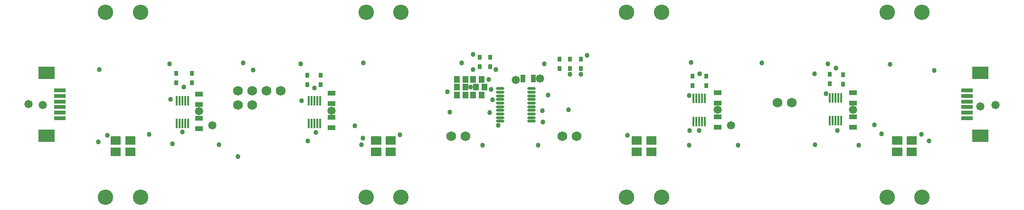
<source format=gbr>
G04*
G04 #@! TF.GenerationSoftware,Altium Limited,Altium Designer,24.10.1 (45)*
G04*
G04 Layer_Color=8388736*
%FSLAX25Y25*%
%MOIN*%
G70*
G04*
G04 #@! TF.SameCoordinates,C14CE507-BBC2-466D-ADCE-259A0BF978C6*
G04*
G04*
G04 #@! TF.FilePolarity,Negative*
G04*
G01*
G75*
%ADD17R,0.05512X0.03740*%
%ADD20R,0.03150X0.03543*%
%ADD21R,0.03740X0.05512*%
%ADD23R,0.11624X0.08868*%
%ADD24R,0.08080X0.02962*%
%ADD25O,0.01581X0.07093*%
%ADD26O,0.05912X0.01778*%
%ADD27R,0.03950X0.04737*%
%ADD28C,0.06800*%
%ADD29C,0.10800*%
%ADD30C,0.03400*%
%ADD31C,0.03398*%
%ADD32C,0.05800*%
G36*
X78289Y28949D02*
X78340Y28938D01*
X78390Y28921D01*
X78437Y28898D01*
X78480Y28869D01*
X78520Y28835D01*
X78554Y28795D01*
X78583Y28752D01*
X78607Y28705D01*
X78623Y28655D01*
X78634Y28604D01*
X78637Y28551D01*
X78637Y23433D01*
X78634Y23381D01*
X78623Y23329D01*
X78607Y23280D01*
X78583Y23233D01*
X78554Y23189D01*
X78520Y23150D01*
X78480Y23115D01*
X78437Y23086D01*
X78390Y23063D01*
X78340Y23046D01*
X78289Y23036D01*
X78236Y23032D01*
X71937D01*
X71885Y23036D01*
X71833Y23046D01*
X71784Y23063D01*
X71737Y23086D01*
X71693Y23115D01*
X71653Y23150D01*
X71619Y23189D01*
X71590Y23233D01*
X71567Y23280D01*
X71550Y23329D01*
X71540Y23381D01*
X71536Y23433D01*
Y28551D01*
X71540Y28604D01*
X71550Y28655D01*
X71567Y28705D01*
X71590Y28752D01*
X71619Y28795D01*
X71653Y28835D01*
X71693Y28869D01*
X71737Y28898D01*
X71784Y28921D01*
X71833Y28938D01*
X71885Y28949D01*
X71937Y28952D01*
X78236D01*
X78289Y28949D01*
D02*
G37*
G36*
Y36823D02*
X78340Y36812D01*
X78390Y36795D01*
X78437Y36772D01*
X78480Y36743D01*
X78520Y36709D01*
X78554Y36669D01*
X78583Y36626D01*
X78607Y36579D01*
X78623Y36529D01*
X78634Y36478D01*
X78637Y36425D01*
Y31307D01*
X78634Y31255D01*
X78623Y31203D01*
X78607Y31154D01*
X78583Y31107D01*
X78554Y31063D01*
X78520Y31024D01*
X78480Y30989D01*
X78437Y30960D01*
X78390Y30937D01*
X78340Y30920D01*
X78289Y30910D01*
X78236Y30906D01*
X71937D01*
X71885Y30910D01*
X71833Y30920D01*
X71784Y30937D01*
X71737Y30960D01*
X71693Y30989D01*
X71653Y31024D01*
X71619Y31063D01*
X71590Y31107D01*
X71567Y31154D01*
X71550Y31203D01*
X71540Y31255D01*
X71536Y31307D01*
Y36425D01*
X71540Y36478D01*
X71550Y36529D01*
X71567Y36579D01*
X71590Y36626D01*
X71619Y36669D01*
X71653Y36709D01*
X71693Y36743D01*
X71737Y36772D01*
X71784Y36795D01*
X71833Y36812D01*
X71885Y36823D01*
X71937Y36826D01*
X78236D01*
X78289Y36823D01*
D02*
G37*
G36*
X88525Y28949D02*
X88576Y28938D01*
X88626Y28921D01*
X88673Y28898D01*
X88717Y28869D01*
X88756Y28835D01*
X88790Y28795D01*
X88820Y28752D01*
X88843Y28705D01*
X88860Y28655D01*
X88870Y28604D01*
X88873Y28551D01*
X88873Y23433D01*
X88870Y23381D01*
X88860Y23329D01*
X88843Y23280D01*
X88820Y23233D01*
X88790Y23189D01*
X88756Y23150D01*
X88716Y23115D01*
X88673Y23086D01*
X88626Y23063D01*
X88576Y23046D01*
X88525Y23036D01*
X88472Y23032D01*
X82173D01*
X82121Y23036D01*
X82069Y23046D01*
X82020Y23063D01*
X81973Y23086D01*
X81929Y23115D01*
X81890Y23150D01*
X81855Y23189D01*
X81826Y23233D01*
X81803Y23280D01*
X81786Y23329D01*
X81776Y23381D01*
X81772Y23433D01*
Y28551D01*
X81776Y28604D01*
X81786Y28655D01*
X81803Y28705D01*
X81826Y28752D01*
X81855Y28795D01*
X81890Y28835D01*
X81929Y28869D01*
X81973Y28898D01*
X82020Y28921D01*
X82069Y28938D01*
X82121Y28949D01*
X82173Y28952D01*
X88472D01*
X88525Y28949D01*
D02*
G37*
G36*
Y36823D02*
X88576Y36812D01*
X88626Y36795D01*
X88673Y36772D01*
X88717Y36743D01*
X88756Y36709D01*
X88790Y36669D01*
X88820Y36626D01*
X88843Y36579D01*
X88860Y36529D01*
X88870Y36478D01*
X88873Y36425D01*
Y31307D01*
X88870Y31255D01*
X88860Y31203D01*
X88843Y31154D01*
X88820Y31107D01*
X88790Y31063D01*
X88756Y31024D01*
X88717Y30989D01*
X88673Y30960D01*
X88626Y30937D01*
X88576Y30920D01*
X88525Y30910D01*
X88472Y30906D01*
X82173D01*
X82121Y30910D01*
X82069Y30920D01*
X82020Y30937D01*
X81973Y30960D01*
X81929Y30989D01*
X81890Y31024D01*
X81855Y31063D01*
X81826Y31107D01*
X81803Y31154D01*
X81786Y31203D01*
X81776Y31255D01*
X81772Y31307D01*
Y36425D01*
X81776Y36478D01*
X81786Y36529D01*
X81803Y36579D01*
X81826Y36626D01*
X81855Y36669D01*
X81890Y36709D01*
X81929Y36743D01*
X81973Y36772D01*
X82020Y36795D01*
X82069Y36812D01*
X82121Y36823D01*
X82173Y36826D01*
X88472D01*
X88525Y36823D01*
D02*
G37*
G36*
X261123Y28949D02*
X261175Y28938D01*
X261224Y28921D01*
X261271Y28898D01*
X261315Y28869D01*
X261354Y28835D01*
X261389Y28795D01*
X261418Y28752D01*
X261441Y28705D01*
X261458Y28655D01*
X261468Y28604D01*
X261472Y28551D01*
X261472Y23433D01*
X261468Y23381D01*
X261458Y23329D01*
X261441Y23280D01*
X261418Y23233D01*
X261389Y23189D01*
X261354Y23150D01*
X261315Y23115D01*
X261271Y23086D01*
X261224Y23063D01*
X261175Y23046D01*
X261123Y23036D01*
X261071Y23032D01*
X254772D01*
X254719Y23036D01*
X254668Y23046D01*
X254618Y23063D01*
X254571Y23086D01*
X254528Y23115D01*
X254488Y23150D01*
X254454Y23189D01*
X254425Y23233D01*
X254401Y23280D01*
X254384Y23329D01*
X254374Y23381D01*
X254371Y23433D01*
Y28551D01*
X254374Y28604D01*
X254384Y28655D01*
X254401Y28705D01*
X254425Y28752D01*
X254454Y28795D01*
X254488Y28835D01*
X254528Y28869D01*
X254571Y28898D01*
X254618Y28921D01*
X254668Y28938D01*
X254719Y28949D01*
X254772Y28952D01*
X261071D01*
X261123Y28949D01*
D02*
G37*
G36*
Y36823D02*
X261175Y36812D01*
X261224Y36795D01*
X261271Y36772D01*
X261315Y36743D01*
X261354Y36709D01*
X261389Y36669D01*
X261418Y36626D01*
X261441Y36579D01*
X261458Y36529D01*
X261468Y36478D01*
X261472Y36425D01*
Y31307D01*
X261468Y31255D01*
X261458Y31203D01*
X261441Y31154D01*
X261418Y31107D01*
X261389Y31063D01*
X261354Y31024D01*
X261315Y30989D01*
X261271Y30960D01*
X261224Y30937D01*
X261175Y30920D01*
X261123Y30910D01*
X261071Y30906D01*
X254772D01*
X254719Y30910D01*
X254668Y30920D01*
X254618Y30937D01*
X254571Y30960D01*
X254528Y30989D01*
X254488Y31024D01*
X254454Y31063D01*
X254425Y31107D01*
X254401Y31154D01*
X254384Y31203D01*
X254374Y31255D01*
X254371Y31307D01*
Y36425D01*
X254374Y36478D01*
X254384Y36529D01*
X254401Y36579D01*
X254425Y36626D01*
X254454Y36669D01*
X254488Y36709D01*
X254528Y36743D01*
X254571Y36772D01*
X254618Y36795D01*
X254668Y36812D01*
X254719Y36823D01*
X254772Y36826D01*
X261071D01*
X261123Y36823D01*
D02*
G37*
G36*
X271359Y28949D02*
X271411Y28938D01*
X271461Y28921D01*
X271508Y28898D01*
X271551Y28869D01*
X271590Y28835D01*
X271625Y28795D01*
X271654Y28752D01*
X271677Y28705D01*
X271694Y28655D01*
X271705Y28604D01*
X271708Y28551D01*
X271708Y23433D01*
X271705Y23381D01*
X271694Y23329D01*
X271677Y23280D01*
X271654Y23233D01*
X271625Y23189D01*
X271590Y23150D01*
X271551Y23115D01*
X271508Y23086D01*
X271461Y23063D01*
X271411Y23046D01*
X271359Y23036D01*
X271307Y23032D01*
X265008D01*
X264955Y23036D01*
X264904Y23046D01*
X264855Y23063D01*
X264807Y23086D01*
X264764Y23115D01*
X264724Y23150D01*
X264690Y23189D01*
X264661Y23233D01*
X264637Y23280D01*
X264621Y23329D01*
X264610Y23381D01*
X264607Y23433D01*
Y28551D01*
X264610Y28604D01*
X264621Y28655D01*
X264637Y28705D01*
X264661Y28752D01*
X264690Y28795D01*
X264724Y28835D01*
X264764Y28869D01*
X264807Y28898D01*
X264855Y28921D01*
X264904Y28938D01*
X264955Y28949D01*
X265008Y28952D01*
X271307D01*
X271359Y28949D01*
D02*
G37*
G36*
Y36823D02*
X271411Y36812D01*
X271461Y36795D01*
X271508Y36772D01*
X271551Y36743D01*
X271590Y36709D01*
X271625Y36669D01*
X271654Y36626D01*
X271677Y36579D01*
X271694Y36529D01*
X271705Y36478D01*
X271708Y36425D01*
Y31307D01*
X271705Y31255D01*
X271694Y31203D01*
X271677Y31154D01*
X271654Y31107D01*
X271625Y31063D01*
X271590Y31024D01*
X271551Y30989D01*
X271508Y30960D01*
X271461Y30937D01*
X271411Y30920D01*
X271359Y30910D01*
X271307Y30906D01*
X265008D01*
X264955Y30910D01*
X264904Y30920D01*
X264855Y30937D01*
X264807Y30960D01*
X264764Y30989D01*
X264724Y31024D01*
X264690Y31063D01*
X264661Y31107D01*
X264637Y31154D01*
X264621Y31203D01*
X264610Y31255D01*
X264607Y31307D01*
Y36425D01*
X264610Y36478D01*
X264621Y36529D01*
X264637Y36579D01*
X264661Y36626D01*
X264690Y36669D01*
X264724Y36709D01*
X264764Y36743D01*
X264807Y36772D01*
X264855Y36795D01*
X264904Y36812D01*
X264955Y36823D01*
X265008Y36826D01*
X271307D01*
X271359Y36823D01*
D02*
G37*
G36*
X443958Y28949D02*
X444009Y28938D01*
X444059Y28921D01*
X444106Y28898D01*
X444149Y28869D01*
X444189Y28835D01*
X444223Y28795D01*
X444253Y28752D01*
X444276Y28705D01*
X444293Y28655D01*
X444303Y28604D01*
X444306Y28551D01*
X444306Y23433D01*
X444303Y23381D01*
X444293Y23329D01*
X444276Y23280D01*
X444253Y23233D01*
X444223Y23189D01*
X444189Y23150D01*
X444149Y23115D01*
X444106Y23086D01*
X444059Y23063D01*
X444009Y23046D01*
X443958Y23036D01*
X443905Y23032D01*
X437606D01*
X437554Y23036D01*
X437502Y23046D01*
X437453Y23063D01*
X437406Y23086D01*
X437362Y23115D01*
X437323Y23150D01*
X437288Y23189D01*
X437259Y23233D01*
X437236Y23280D01*
X437219Y23329D01*
X437209Y23381D01*
X437205Y23433D01*
Y28551D01*
X437209Y28604D01*
X437219Y28655D01*
X437236Y28705D01*
X437259Y28752D01*
X437288Y28795D01*
X437323Y28835D01*
X437362Y28869D01*
X437406Y28898D01*
X437453Y28921D01*
X437502Y28938D01*
X437554Y28949D01*
X437606Y28952D01*
X443905D01*
X443958Y28949D01*
D02*
G37*
G36*
Y36823D02*
X444009Y36812D01*
X444059Y36795D01*
X444106Y36772D01*
X444149Y36743D01*
X444189Y36709D01*
X444223Y36669D01*
X444253Y36626D01*
X444276Y36579D01*
X444293Y36529D01*
X444303Y36478D01*
X444306Y36425D01*
Y31307D01*
X444303Y31255D01*
X444293Y31203D01*
X444276Y31154D01*
X444253Y31107D01*
X444223Y31063D01*
X444189Y31024D01*
X444149Y30989D01*
X444106Y30960D01*
X444059Y30937D01*
X444009Y30920D01*
X443958Y30910D01*
X443905Y30906D01*
X437606D01*
X437554Y30910D01*
X437502Y30920D01*
X437453Y30937D01*
X437406Y30960D01*
X437362Y30989D01*
X437323Y31024D01*
X437288Y31063D01*
X437259Y31107D01*
X437236Y31154D01*
X437219Y31203D01*
X437209Y31255D01*
X437205Y31307D01*
Y36425D01*
X437209Y36478D01*
X437219Y36529D01*
X437236Y36579D01*
X437259Y36626D01*
X437288Y36669D01*
X437323Y36709D01*
X437362Y36743D01*
X437406Y36772D01*
X437453Y36795D01*
X437502Y36812D01*
X437554Y36823D01*
X437606Y36826D01*
X443905D01*
X443958Y36823D01*
D02*
G37*
G36*
X454194Y28949D02*
X454246Y28938D01*
X454295Y28921D01*
X454342Y28898D01*
X454386Y28869D01*
X454425Y28835D01*
X454460Y28795D01*
X454489Y28752D01*
X454512Y28705D01*
X454529Y28655D01*
X454539Y28604D01*
X454543Y28551D01*
X454543Y23433D01*
X454539Y23381D01*
X454529Y23329D01*
X454512Y23280D01*
X454489Y23233D01*
X454460Y23189D01*
X454425Y23150D01*
X454386Y23115D01*
X454342Y23086D01*
X454295Y23063D01*
X454246Y23046D01*
X454194Y23036D01*
X454142Y23032D01*
X447843D01*
X447790Y23036D01*
X447739Y23046D01*
X447689Y23063D01*
X447642Y23086D01*
X447599Y23115D01*
X447559Y23150D01*
X447524Y23189D01*
X447495Y23233D01*
X447472Y23280D01*
X447455Y23329D01*
X447445Y23381D01*
X447442Y23433D01*
Y28551D01*
X447445Y28604D01*
X447455Y28655D01*
X447472Y28705D01*
X447495Y28752D01*
X447524Y28795D01*
X447559Y28835D01*
X447599Y28869D01*
X447642Y28898D01*
X447689Y28921D01*
X447739Y28938D01*
X447790Y28949D01*
X447843Y28952D01*
X454142D01*
X454194Y28949D01*
D02*
G37*
G36*
Y36823D02*
X454246Y36812D01*
X454295Y36795D01*
X454342Y36772D01*
X454386Y36743D01*
X454425Y36709D01*
X454460Y36669D01*
X454489Y36626D01*
X454512Y36579D01*
X454529Y36529D01*
X454539Y36478D01*
X454543Y36425D01*
Y31307D01*
X454539Y31255D01*
X454529Y31203D01*
X454512Y31154D01*
X454489Y31107D01*
X454460Y31063D01*
X454425Y31024D01*
X454386Y30989D01*
X454342Y30960D01*
X454295Y30937D01*
X454246Y30920D01*
X454194Y30910D01*
X454142Y30906D01*
X447843D01*
X447790Y30910D01*
X447739Y30920D01*
X447689Y30937D01*
X447642Y30960D01*
X447599Y30989D01*
X447559Y31024D01*
X447524Y31063D01*
X447495Y31107D01*
X447472Y31154D01*
X447455Y31203D01*
X447445Y31255D01*
X447442Y31307D01*
Y36425D01*
X447445Y36478D01*
X447455Y36529D01*
X447472Y36579D01*
X447495Y36626D01*
X447524Y36669D01*
X447559Y36709D01*
X447599Y36743D01*
X447642Y36772D01*
X447689Y36795D01*
X447739Y36812D01*
X447790Y36823D01*
X447843Y36826D01*
X454142D01*
X454194Y36823D01*
D02*
G37*
G36*
X626789Y28949D02*
X626840Y28938D01*
X626890Y28921D01*
X626937Y28898D01*
X626980Y28869D01*
X627020Y28835D01*
X627054Y28795D01*
X627083Y28752D01*
X627107Y28705D01*
X627123Y28655D01*
X627134Y28604D01*
X627137Y28551D01*
X627137Y23433D01*
X627134Y23381D01*
X627123Y23329D01*
X627107Y23280D01*
X627083Y23233D01*
X627054Y23189D01*
X627020Y23150D01*
X626980Y23115D01*
X626937Y23086D01*
X626890Y23063D01*
X626840Y23046D01*
X626789Y23036D01*
X626736Y23032D01*
X620437D01*
X620385Y23036D01*
X620333Y23046D01*
X620284Y23063D01*
X620237Y23086D01*
X620193Y23115D01*
X620154Y23150D01*
X620119Y23189D01*
X620090Y23233D01*
X620067Y23280D01*
X620050Y23329D01*
X620040Y23381D01*
X620036Y23433D01*
Y28551D01*
X620040Y28604D01*
X620050Y28655D01*
X620067Y28705D01*
X620090Y28752D01*
X620119Y28795D01*
X620154Y28835D01*
X620193Y28869D01*
X620237Y28898D01*
X620284Y28921D01*
X620333Y28938D01*
X620385Y28949D01*
X620437Y28952D01*
X626736D01*
X626789Y28949D01*
D02*
G37*
G36*
Y36823D02*
X626840Y36812D01*
X626890Y36795D01*
X626937Y36772D01*
X626980Y36743D01*
X627020Y36709D01*
X627054Y36669D01*
X627083Y36626D01*
X627107Y36579D01*
X627123Y36529D01*
X627134Y36478D01*
X627137Y36425D01*
Y31307D01*
X627134Y31255D01*
X627123Y31203D01*
X627107Y31154D01*
X627083Y31107D01*
X627054Y31063D01*
X627020Y31024D01*
X626980Y30989D01*
X626937Y30960D01*
X626890Y30937D01*
X626840Y30920D01*
X626789Y30910D01*
X626736Y30906D01*
X620437D01*
X620385Y30910D01*
X620333Y30920D01*
X620284Y30937D01*
X620237Y30960D01*
X620193Y30989D01*
X620154Y31024D01*
X620119Y31063D01*
X620090Y31107D01*
X620067Y31154D01*
X620050Y31203D01*
X620040Y31255D01*
X620036Y31307D01*
Y36425D01*
X620040Y36478D01*
X620050Y36529D01*
X620067Y36579D01*
X620090Y36626D01*
X620119Y36669D01*
X620154Y36709D01*
X620193Y36743D01*
X620237Y36772D01*
X620284Y36795D01*
X620333Y36812D01*
X620385Y36823D01*
X620437Y36826D01*
X626736D01*
X626789Y36823D01*
D02*
G37*
G36*
X637025Y28949D02*
X637076Y28938D01*
X637126Y28921D01*
X637173Y28898D01*
X637217Y28869D01*
X637256Y28835D01*
X637290Y28795D01*
X637320Y28752D01*
X637343Y28705D01*
X637360Y28655D01*
X637370Y28604D01*
X637373Y28551D01*
X637373Y23433D01*
X637370Y23381D01*
X637360Y23329D01*
X637343Y23280D01*
X637320Y23233D01*
X637290Y23189D01*
X637256Y23150D01*
X637216Y23115D01*
X637173Y23086D01*
X637126Y23063D01*
X637076Y23046D01*
X637025Y23036D01*
X636972Y23032D01*
X630673D01*
X630621Y23036D01*
X630570Y23046D01*
X630520Y23063D01*
X630473Y23086D01*
X630429Y23115D01*
X630390Y23150D01*
X630355Y23189D01*
X630326Y23233D01*
X630303Y23280D01*
X630286Y23329D01*
X630276Y23381D01*
X630272Y23433D01*
Y28551D01*
X630276Y28604D01*
X630286Y28655D01*
X630303Y28705D01*
X630326Y28752D01*
X630355Y28795D01*
X630390Y28835D01*
X630429Y28869D01*
X630473Y28898D01*
X630520Y28921D01*
X630570Y28938D01*
X630621Y28949D01*
X630673Y28952D01*
X636972D01*
X637025Y28949D01*
D02*
G37*
G36*
Y36823D02*
X637076Y36812D01*
X637126Y36795D01*
X637173Y36772D01*
X637217Y36743D01*
X637256Y36709D01*
X637290Y36669D01*
X637320Y36626D01*
X637343Y36579D01*
X637360Y36529D01*
X637370Y36478D01*
X637373Y36425D01*
Y31307D01*
X637370Y31255D01*
X637360Y31203D01*
X637343Y31154D01*
X637320Y31107D01*
X637290Y31063D01*
X637256Y31024D01*
X637217Y30989D01*
X637173Y30960D01*
X637126Y30937D01*
X637076Y30920D01*
X637025Y30910D01*
X636972Y30906D01*
X630673D01*
X630621Y30910D01*
X630570Y30920D01*
X630520Y30937D01*
X630473Y30960D01*
X630429Y30989D01*
X630390Y31024D01*
X630355Y31063D01*
X630326Y31107D01*
X630303Y31154D01*
X630286Y31203D01*
X630276Y31255D01*
X630272Y31307D01*
Y36425D01*
X630276Y36478D01*
X630286Y36529D01*
X630303Y36579D01*
X630326Y36626D01*
X630355Y36669D01*
X630390Y36709D01*
X630429Y36743D01*
X630473Y36772D01*
X630520Y36795D01*
X630570Y36812D01*
X630621Y36823D01*
X630673Y36826D01*
X636972D01*
X637025Y36823D01*
D02*
G37*
D17*
X226500Y42858D02*
D03*
Y50142D02*
D03*
Y67142D02*
D03*
Y59858D02*
D03*
X592500Y43358D02*
D03*
Y50642D02*
D03*
Y60358D02*
D03*
Y67642D02*
D03*
X497500Y43358D02*
D03*
Y50642D02*
D03*
Y60358D02*
D03*
Y67642D02*
D03*
X133500Y42358D02*
D03*
Y49642D02*
D03*
Y66642D02*
D03*
Y59358D02*
D03*
D20*
X480000Y72654D02*
D03*
Y79346D02*
D03*
X489500D02*
D03*
Y72654D02*
D03*
X128500Y74654D02*
D03*
Y81346D02*
D03*
X401500Y91346D02*
D03*
Y84654D02*
D03*
X394000D02*
D03*
Y91346D02*
D03*
X386500Y84654D02*
D03*
Y91346D02*
D03*
X117500Y74500D02*
D03*
Y81193D02*
D03*
X219000Y79847D02*
D03*
Y73154D02*
D03*
X338000Y86000D02*
D03*
Y92693D02*
D03*
X330500Y86000D02*
D03*
Y92693D02*
D03*
X576075Y73815D02*
D03*
Y80508D02*
D03*
X585500Y80346D02*
D03*
Y73654D02*
D03*
X209500Y79847D02*
D03*
Y73154D02*
D03*
D21*
X368142Y77500D02*
D03*
X360858D02*
D03*
D23*
X681850Y81744D02*
D03*
Y37256D02*
D03*
X26650D02*
D03*
Y81744D02*
D03*
D24*
X672598Y69343D02*
D03*
Y65406D02*
D03*
Y61469D02*
D03*
Y57532D02*
D03*
Y53595D02*
D03*
Y49658D02*
D03*
X35902Y49657D02*
D03*
Y53594D02*
D03*
Y57531D02*
D03*
Y61468D02*
D03*
Y65405D02*
D03*
Y69343D02*
D03*
D25*
X218437Y62071D02*
D03*
X216469D02*
D03*
X214500D02*
D03*
X212532D02*
D03*
X210563D02*
D03*
Y45929D02*
D03*
X212532D02*
D03*
X214500D02*
D03*
X216469D02*
D03*
X218437D02*
D03*
X125937Y62000D02*
D03*
X123969D02*
D03*
X122000D02*
D03*
X120031D02*
D03*
X118063D02*
D03*
Y45858D02*
D03*
X120031D02*
D03*
X122000D02*
D03*
X123969D02*
D03*
X125937D02*
D03*
X488437Y47429D02*
D03*
X486469D02*
D03*
X484500D02*
D03*
X482532D02*
D03*
X480563D02*
D03*
Y63571D02*
D03*
X482532D02*
D03*
X484500D02*
D03*
X486469D02*
D03*
X488437D02*
D03*
X584252Y47854D02*
D03*
X582284D02*
D03*
X580315D02*
D03*
X578347D02*
D03*
X576378D02*
D03*
Y63996D02*
D03*
X578347D02*
D03*
X580315D02*
D03*
X582284D02*
D03*
X584252D02*
D03*
D26*
X367024Y70516D02*
D03*
Y67957D02*
D03*
Y65398D02*
D03*
Y62839D02*
D03*
Y60280D02*
D03*
Y57720D02*
D03*
Y55161D02*
D03*
Y52602D02*
D03*
Y50043D02*
D03*
Y47484D02*
D03*
X344976D02*
D03*
Y50043D02*
D03*
Y52602D02*
D03*
Y55161D02*
D03*
Y57720D02*
D03*
Y60280D02*
D03*
Y62839D02*
D03*
Y65398D02*
D03*
Y67957D02*
D03*
Y70516D02*
D03*
D27*
X320406Y77000D02*
D03*
X314500D02*
D03*
X320406Y71500D02*
D03*
X314500D02*
D03*
X320453Y66000D02*
D03*
X314547D02*
D03*
X331953Y77000D02*
D03*
X326047D02*
D03*
X333906Y71500D02*
D03*
X328000D02*
D03*
X331953Y66000D02*
D03*
X326047D02*
D03*
D28*
X549500Y60500D02*
D03*
X539500D02*
D03*
X398500Y37000D02*
D03*
X388500D02*
D03*
X320500D02*
D03*
X310500D02*
D03*
X171000Y69000D02*
D03*
X191000D02*
D03*
X181000D02*
D03*
X161000D02*
D03*
Y59000D02*
D03*
X171000D02*
D03*
D29*
X640909Y124221D02*
D03*
X616500D02*
D03*
X640909Y-6095D02*
D03*
X616500D02*
D03*
X458079D02*
D03*
X433669D02*
D03*
X458079Y124221D02*
D03*
X433669D02*
D03*
X275244Y-6095D02*
D03*
X250835D02*
D03*
X275244Y124221D02*
D03*
X250835D02*
D03*
X92409Y-6095D02*
D03*
X68000D02*
D03*
X92409Y124221D02*
D03*
X68000D02*
D03*
D30*
X343500Y44500D02*
D03*
X406000Y94000D02*
D03*
X401500Y80500D02*
D03*
X394000D02*
D03*
X339500Y62500D02*
D03*
X342000Y84000D02*
D03*
X326000D02*
D03*
X484741Y80909D02*
D03*
X309500Y54000D02*
D03*
X113000Y88000D02*
D03*
X171500Y83500D02*
D03*
X248866Y88587D02*
D03*
X308056Y68373D02*
D03*
X528500Y88500D02*
D03*
X393000Y55500D02*
D03*
X374943Y46943D02*
D03*
X374500Y55000D02*
D03*
X581500Y41000D02*
D03*
X484460D02*
D03*
X478000D02*
D03*
X274457Y38000D02*
D03*
X215500Y39500D02*
D03*
X69181Y37606D02*
D03*
X565500Y81000D02*
D03*
X161000Y22500D02*
D03*
X164500Y88500D02*
D03*
X242961Y44299D02*
D03*
X122000Y40000D02*
D03*
X98709Y38394D02*
D03*
X115000Y31500D02*
D03*
X210000Y33500D02*
D03*
X247685Y30913D02*
D03*
X248472Y35638D02*
D03*
X649571Y83276D02*
D03*
X646028Y33669D02*
D03*
X62882Y32882D02*
D03*
X63669Y84063D02*
D03*
X147500Y31000D02*
D03*
X477500Y30500D02*
D03*
X618469Y87606D02*
D03*
X566000Y31000D02*
D03*
X596500Y30500D02*
D03*
X512000D02*
D03*
X378500Y66000D02*
D03*
X376000Y88000D02*
D03*
X371500Y30500D02*
D03*
X332500D02*
D03*
X318000Y88500D02*
D03*
X326000Y94500D02*
D03*
X337000Y77000D02*
D03*
X337500Y53500D02*
D03*
X338444Y70000D02*
D03*
X324213Y71500D02*
D03*
X640516Y38394D02*
D03*
X612563Y38787D02*
D03*
X575000Y88000D02*
D03*
X573500Y67000D02*
D03*
X580707Y84824D02*
D03*
X479000Y89000D02*
D03*
X434188Y37481D02*
D03*
X477500Y65500D02*
D03*
X205000Y88000D02*
D03*
X205500Y62000D02*
D03*
X214500Y71000D02*
D03*
X113500Y63000D02*
D03*
X123000Y71500D02*
D03*
D31*
X607445Y45087D02*
D03*
D32*
X507000Y44500D02*
D03*
X226500Y55000D02*
D03*
X143000Y44500D02*
D03*
X133500Y54500D02*
D03*
X373000Y77500D02*
D03*
X356000Y76500D02*
D03*
X497500Y55500D02*
D03*
X24000Y59043D02*
D03*
X13914Y59500D02*
D03*
X682000Y58000D02*
D03*
X692586Y59000D02*
D03*
X592500Y55500D02*
D03*
M02*

</source>
